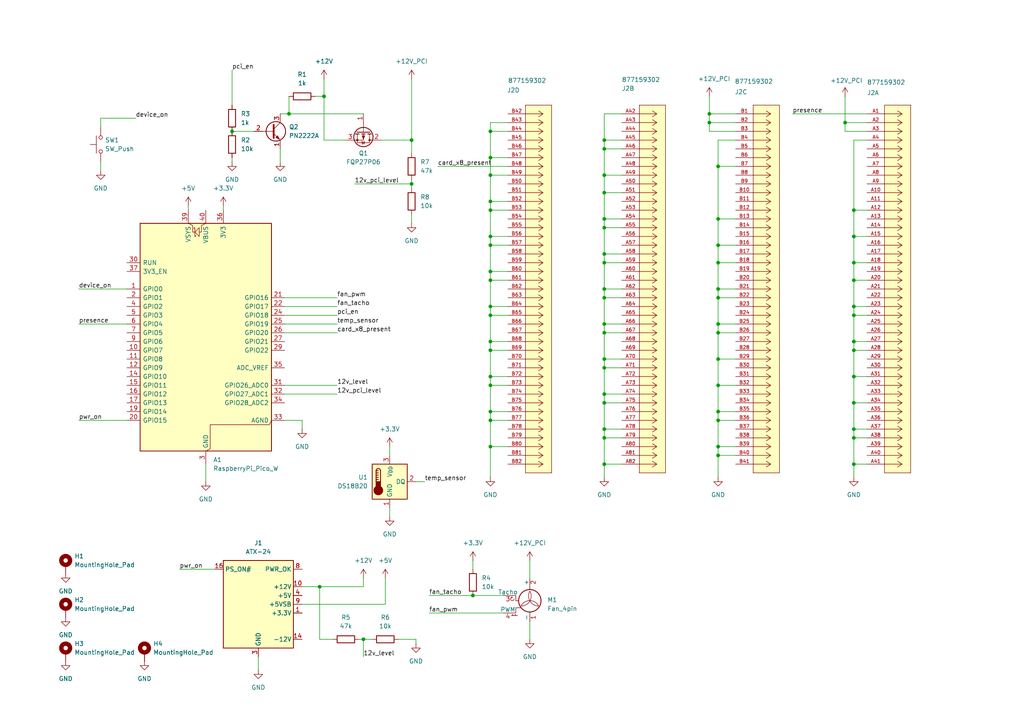
<source format=kicad_sch>
(kicad_sch (version 20250114) (generator "eeschema") (generator_version "9.0")
  (paper "A4")
  (lib_symbols
    (symbol "877159302:877159302" (pin_names (offset 1.016))
      (property "Reference" "J" (at 4.1656 5.3086 0))
      (property "Value" "877159302" (at 4.8006 -51.8414 0))
      (symbol "877159302_1_0"
        (pin passive line (at 0 0 0) (length 5.08) (name "~") (number "A1"))
        (pin passive line (at 0 -2.54 0) (length 5.08) (name "~") (number "A2"))
        (pin passive line (at 0 -5.08 0) (length 5.08) (name "~") (number "A3"))
        (pin passive line (at 0 -7.62 0) (length 5.08) (name "~") (number "A4"))
        (pin passive line (at 0 -10.16 0) (length 5.08) (name "~") (number "A5"))
        (pin passive line (at 0 -12.7 0) (length 5.08) (name "~") (number "A6"))
        (pin passive line (at 0 -15.24 0) (length 5.08) (name "~") (number "A7"))
        (pin passive line (at 0 -17.78 0) (length 5.08) (name "~") (number "A8"))
        (pin passive line (at 0 -20.32 0) (length 5.08) (name "~") (number "A9"))
        (pin passive line (at 0 -22.86 0) (length 5.08) (name "~") (number "A10"))
        (pin passive line (at 0 -25.4 0) (length 5.08) (name "~") (number "A11"))
        (pin passive line (at 0 -27.94 0) (length 5.08) (name "~") (number "A12"))
        (pin passive line (at 0 -30.48 0) (length 5.08) (name "~") (number "A13"))
        (pin passive line (at 0 -33.02 0) (length 5.08) (name "~") (number "A14"))
        (pin passive line (at 0 -35.56 0) (length 5.08) (name "~") (number "A15"))
        (pin passive line (at 0 -38.1 0) (length 5.08) (name "~") (number "A16"))
        (pin passive line (at 0 -40.64 0) (length 5.08) (name "~") (number "A17"))
        (pin passive line (at 0 -43.18 0) (length 5.08) (name "~") (number "A18"))
        (pin passive line (at 0 -45.72 0) (length 5.08) (name "~") (number "A19"))
        (pin passive line (at 0 -48.26 0) (length 5.08) (name "~") (number "A20"))
        (pin passive line (at 0 -50.8 0) (length 5.08) (name "~") (number "A21"))
        (pin passive line (at 0 -53.34 0) (length 5.08) (name "~") (number "A22"))
        (pin passive line (at 0 -55.88 0) (length 5.08) (name "~") (number "A23"))
        (pin passive line (at 0 -58.42 0) (length 5.08) (name "~") (number "A24"))
        (pin passive line (at 0 -60.96 0) (length 5.08) (name "~") (number "A25"))
        (pin passive line (at 0 -63.5 0) (length 5.08) (name "~") (number "A26"))
        (pin passive line (at 0 -66.04 0) (length 5.08) (name "~") (number "A27"))
        (pin passive line (at 0 -68.58 0) (length 5.08) (name "~") (number "A28"))
        (pin passive line (at 0 -71.12 0) (length 5.08) (name "~") (number "A29"))
        (pin passive line (at 0 -73.66 0) (length 5.08) (name "~") (number "A30"))
        (pin passive line (at 0 -76.2 0) (length 5.08) (name "~") (number "A31"))
        (pin passive line (at 0 -78.74 0) (length 5.08) (name "~") (number "A32"))
        (pin passive line (at 0 -81.28 0) (length 5.08) (name "~") (number "A33"))
        (pin passive line (at 0 -83.82 0) (length 5.08) (name "~") (number "A34"))
        (pin passive line (at 0 -86.36 0) (length 5.08) (name "~") (number "A35"))
        (pin passive line (at 0 -88.9 0) (length 5.08) (name "~") (number "A36"))
        (pin passive line (at 0 -91.44 0) (length 5.08) (name "~") (number "A37"))
        (pin passive line (at 0 -93.98 0) (length 5.08) (name "~") (number "A38"))
        (pin passive line (at 0 -96.52 0) (length 5.08) (name "~") (number "A39"))
        (pin passive line (at 0 -99.06 0) (length 5.08) (name "~") (number "A40"))
        (pin passive line (at 0 -101.6 0) (length 5.08) (name "~") (number "A41"))
      )
      (symbol "877159302_2_0"
        (pin passive line (at 0 0 0) (length 5.08) (name "~") (number "A42"))
        (pin passive line (at 0 -2.54 0) (length 5.08) (name "~") (number "A43"))
        (pin passive line (at 0 -5.08 0) (length 5.08) (name "~") (number "A44"))
        (pin passive line (at 0 -7.62 0) (length 5.08) (name "~") (number "A45"))
        (pin passive line (at 0 -10.16 0) (length 5.08) (name "~") (number "A46"))
        (pin passive line (at 0 -12.7 0) (length 5.08) (name "~") (number "A47"))
        (pin passive line (at 0 -15.24 0) (length 5.08) (name "~") (number "A48"))
        (pin passive line (at 0 -17.78 0) (length 5.08) (name "~") (number "A49"))
        (pin passive line (at 0 -20.32 0) (length 5.08) (name "~") (number "A50"))
        (pin passive line (at 0 -22.86 0) (length 5.08) (name "~") (number "A51"))
        (pin passive line (at 0 -25.4 0) (length 5.08) (name "~") (number "A52"))
        (pin passive line (at 0 -27.94 0) (length 5.08) (name "~") (number "A53"))
        (pin passive line (at 0 -30.48 0) (length 5.08) (name "~") (number "A54"))
        (pin passive line (at 0 -33.02 0) (length 5.08) (name "~") (number "A55"))
        (pin passive line (at 0 -35.56 0) (length 5.08) (name "~") (number "A56"))
        (pin passive line (at 0 -38.1 0) (length 5.08) (name "~") (number "A57"))
        (pin passive line (at 0 -40.64 0) (length 5.08) (name "~") (number "A58"))
        (pin passive line (at 0 -43.18 0) (length 5.08) (name "~") (number "A59"))
        (pin passive line (at 0 -45.72 0) (length 5.08) (name "~") (number "A60"))
        (pin passive line (at 0 -48.26 0) (length 5.08) (name "~") (number "A61"))
        (pin passive line (at 0 -50.8 0) (length 5.08) (name "~") (number "A62"))
        (pin passive line (at 0 -53.34 0) (length 5.08) (name "~") (number "A63"))
        (pin passive line (at 0 -55.88 0) (length 5.08) (name "~") (number "A64"))
        (pin passive line (at 0 -58.42 0) (length 5.08) (name "~") (number "A65"))
        (pin passive line (at 0 -60.96 0) (length 5.08) (name "~") (number "A66"))
        (pin passive line (at 0 -63.5 0) (length 5.08) (name "~") (number "A67"))
        (pin passive line (at 0 -66.04 0) (length 5.08) (name "~") (number "A68"))
        (pin passive line (at 0 -68.58 0) (length 5.08) (name "~") (number "A69"))
        (pin passive line (at 0 -71.12 0) (length 5.08) (name "~") (number "A70"))
        (pin passive line (at 0 -73.66 0) (length 5.08) (name "~") (number "A71"))
        (pin passive line (at 0 -76.2 0) (length 5.08) (name "~") (number "A72"))
        (pin passive line (at 0 -78.74 0) (length 5.08) (name "~") (number "A73"))
        (pin passive line (at 0 -81.28 0) (length 5.08) (name "~") (number "A74"))
        (pin passive line (at 0 -83.82 0) (length 5.08) (name "~") (number "A75"))
        (pin passive line (at 0 -86.36 0) (length 5.08) (name "~") (number "A76"))
        (pin passive line (at 0 -88.9 0) (length 5.08) (name "~") (number "A77"))
        (pin passive line (at 0 -91.44 0) (length 5.08) (name "~") (number "A78"))
        (pin passive line (at 0 -93.98 0) (length 5.08) (name "~") (number "A79"))
        (pin passive line (at 0 -96.52 0) (length 5.08) (name "~") (number "A80"))
        (pin passive line (at 0 -99.06 0) (length 5.08) (name "~") (number "A81"))
        (pin passive line (at 0 -101.6 0) (length 5.08) (name "~") (number "A82"))
      )
      (symbol "877159302_3_0"
        (pin passive line (at 0 0 0) (length 5.08) (name "~") (number "B1"))
        (pin passive line (at 0 -2.54 0) (length 5.08) (name "~") (number "B2"))
        (pin passive line (at 0 -5.08 0) (length 5.08) (name "~") (number "B3"))
        (pin passive line (at 0 -7.62 0) (length 5.08) (name "~") (number "B4"))
        (pin passive line (at 0 -10.16 0) (length 5.08) (name "~") (number "B5"))
        (pin passive line (at 0 -12.7 0) (length 5.08) (name "~") (number "B6"))
        (pin passive line (at 0 -15.24 0) (length 5.08) (name "~") (number "B7"))
        (pin passive line (at 0 -17.78 0) (length 5.08) (name "~") (number "B8"))
        (pin passive line (at 0 -20.32 0) (length 5.08) (name "~") (number "B9"))
        (pin passive line (at 0 -22.86 0) (length 5.08) (name "~") (number "B10"))
        (pin passive line (at 0 -25.4 0) (length 5.08) (name "~") (number "B11"))
        (pin passive line (at 0 -27.94 0) (length 5.08) (name "~") (number "B12"))
        (pin passive line (at 0 -30.48 0) (length 5.08) (name "~") (number "B13"))
        (pin passive line (at 0 -33.02 0) (length 5.08) (name "~") (number "B14"))
        (pin passive line (at 0 -35.56 0) (length 5.08) (name "~") (number "B15"))
        (pin passive line (at 0 -38.1 0) (length 5.08) (name "~") (number "B16"))
        (pin passive line (at 0 -40.64 0) (length 5.08) (name "~") (number "B17"))
        (pin passive line (at 0 -43.18 0) (length 5.08) (name "~") (number "B18"))
        (pin passive line (at 0 -45.72 0) (length 5.08) (name "~") (number "B19"))
        (pin passive line (at 0 -48.26 0) (length 5.08) (name "~") (number "B20"))
        (pin passive line (at 0 -50.8 0) (length 5.08) (name "~") (number "B21"))
        (pin passive line (at 0 -53.34 0) (length 5.08) (name "~") (number "B22"))
        (pin passive line (at 0 -55.88 0) (length 5.08) (name "~") (number "B23"))
        (pin passive line (at 0 -58.42 0) (length 5.08) (name "~") (number "B24"))
        (pin passive line (at 0 -60.96 0) (length 5.08) (name "~") (number "B25"))
        (pin passive line (at 0 -63.5 0) (length 5.08) (name "~") (number "B26"))
        (pin passive line (at 0 -66.04 0) (length 5.08) (name "~") (number "B27"))
        (pin passive line (at 0 -68.58 0) (length 5.08) (name "~") (number "B28"))
        (pin passive line (at 0 -71.12 0) (length 5.08) (name "~") (number "B29"))
        (pin passive line (at 0 -73.66 0) (length 5.08) (name "~") (number "B30"))
        (pin passive line (at 0 -76.2 0) (length 5.08) (name "~") (number "B31"))
        (pin passive line (at 0 -78.74 0) (length 5.08) (name "~") (number "B32"))
        (pin passive line (at 0 -81.28 0) (length 5.08) (name "~") (number "B33"))
        (pin passive line (at 0 -83.82 0) (length 5.08) (name "~") (number "B34"))
        (pin passive line (at 0 -86.36 0) (length 5.08) (name "~") (number "B35"))
        (pin passive line (at 0 -88.9 0) (length 5.08) (name "~") (number "B36"))
        (pin passive line (at 0 -91.44 0) (length 5.08) (name "~") (number "B37"))
        (pin passive line (at 0 -93.98 0) (length 5.08) (name "~") (number "B38"))
        (pin passive line (at 0 -96.52 0) (length 5.08) (name "~") (number "B39"))
        (pin passive line (at 0 -99.06 0) (length 5.08) (name "~") (number "B40"))
        (pin passive line (at 0 -101.6 0) (length 5.08) (name "~") (number "B41"))
      )
      (symbol "877159302_4_0"
        (pin passive line (at 0 0 0) (length 5.08) (name "~") (number "B42"))
        (pin passive line (at 0 -2.54 0) (length 5.08) (name "~") (number "B43"))
        (pin passive line (at 0 -5.08 0) (length 5.08) (name "~") (number "B44"))
        (pin passive line (at 0 -7.62 0) (length 5.08) (name "~") (number "B45"))
        (pin passive line (at 0 -10.16 0) (length 5.08) (name "~") (number "B46"))
        (pin passive line (at 0 -12.7 0) (length 5.08) (name "~") (number "B47"))
        (pin passive line (at 0 -15.24 0) (length 5.08) (name "~") (number "B48"))
        (pin passive line (at 0 -17.78 0) (length 5.08) (name "~") (number "B49"))
        (pin passive line (at 0 -20.32 0) (length 5.08) (name "~") (number "B50"))
        (pin passive line (at 0 -22.86 0) (length 5.08) (name "~") (number "B51"))
        (pin passive line (at 0 -25.4 0) (length 5.08) (name "~") (number "B52"))
        (pin passive line (at 0 -27.94 0) (length 5.08) (name "~") (number "B53"))
        (pin passive line (at 0 -30.48 0) (length 5.08) (name "~") (number "B54"))
        (pin passive line (at 0 -33.02 0) (length 5.08) (name "~") (number "B55"))
        (pin passive line (at 0 -35.56 0) (length 5.08) (name "~") (number "B56"))
        (pin passive line (at 0 -38.1 0) (length 5.08) (name "~") (number "B57"))
        (pin passive line (at 0 -40.64 0) (length 5.08) (name "~") (number "B58"))
        (pin passive line (at 0 -43.18 0) (length 5.08) (name "~") (number "B59"))
        (pin passive line (at 0 -45.72 0) (length 5.08) (name "~") (number "B60"))
        (pin passive line (at 0 -48.26 0) (length 5.08) (name "~") (number "B61"))
        (pin passive line (at 0 -50.8 0) (length 5.08) (name "~") (number "B62"))
        (pin passive line (at 0 -53.34 0) (length 5.08) (name "~") (number "B63"))
        (pin passive line (at 0 -55.88 0) (length 5.08) (name "~") (number "B64"))
        (pin passive line (at 0 -58.42 0) (length 5.08) (name "~") (number "B65"))
        (pin passive line (at 0 -60.96 0) (length 5.08) (name "~") (number "B66"))
        (pin passive line (at 0 -63.5 0) (length 5.08) (name "~") (number "B67"))
        (pin passive line (at 0 -66.04 0) (length 5.08) (name "~") (number "B68"))
        (pin passive line (at 0 -68.58 0) (length 5.08) (name "~") (number "B69"))
        (pin passive line (at 0 -71.12 0) (length 5.08) (name "~") (number "B70"))
        (pin passive line (at 0 -73.66 0) (length 5.08) (name "~") (number "B71"))
        (pin passive line (at 0 -76.2 0) (length 5.08) (name "~") (number "B72"))
        (pin passive line (at 0 -78.74 0) (length 5.08) (name "~") (number "B73"))
        (pin passive line (at 0 -81.28 0) (length 5.08) (name "~") (number "B74"))
        (pin passive line (at 0 -83.82 0) (length 5.08) (name "~") (number "B75"))
        (pin passive line (at 0 -86.36 0) (length 5.08) (name "~") (number "B76"))
        (pin passive line (at 0 -88.9 0) (length 5.08) (name "~") (number "B77"))
        (pin passive line (at 0 -91.44 0) (length 5.08) (name "~") (number "B78"))
        (pin passive line (at 0 -93.98 0) (length 5.08) (name "~") (number "B79"))
        (pin passive line (at 0 -96.52 0) (length 5.08) (name "~") (number "B80"))
        (pin passive line (at 0 -99.06 0) (length 5.08) (name "~") (number "B81"))
        (pin passive line (at 0 -101.6 0) (length 5.08) (name "~") (number "B82"))
      )
    )
    (symbol "Connector:ATX-24"
      (property "Reference" "J" (at -8.89 13.97 0))
      (property "Value" "ATX-24" (at 6.35 13.97 0))
      (symbol "ATX-24_1_1"
        (pin open_collector line (at -12.7 10.16 0) (length 2.54) (name "PS_ON#") (number "16"))
        (pin no_connect line (at -10.16 0 0) (length 2.54) (hide yes) (name "NC") (number "20"))
        (pin passive line (at 0 -15.24 90) (length 2.54) (hide yes) (name "GND") (number "15"))
        (pin passive line (at 0 -15.24 90) (length 2.54) (hide yes) (name "GND") (number "17"))
        (pin passive line (at 0 -15.24 90) (length 2.54) (hide yes) (name "GND") (number "18"))
        (pin passive line (at 0 -15.24 90) (length 2.54) (hide yes) (name "GND") (number "19"))
        (pin passive line (at 0 -15.24 90) (length 2.54) (hide yes) (name "GND") (number "24"))
        (pin power_out line (at 0 -15.24 90) (length 2.54) (name "GND") (number "3"))
        (pin passive line (at 0 -15.24 90) (length 2.54) (hide yes) (name "GND") (number "5"))
        (pin passive line (at 0 -15.24 90) (length 2.54) (hide yes) (name "GND") (number "7"))
        (pin output line (at 12.7 10.16 180) (length 2.54) (name "PWR_OK") (number "8"))
        (pin power_out line (at 12.7 5.08 180) (length 2.54) (name "+12V") (number "10"))
        (pin passive line (at 12.7 5.08 180) (length 2.54) (hide yes) (name "+12V") (number "11"))
        (pin passive line (at 12.7 2.54 180) (length 2.54) (hide yes) (name "+5V") (number "21"))
        (pin passive line (at 12.7 2.54 180) (length 2.54) (hide yes) (name "+5V") (number "22"))
        (pin passive line (at 12.7 2.54 180) (length 2.54) (hide yes) (name "+5V") (number "23"))
        (pin power_out line (at 12.7 2.54 180) (length 2.54) (name "+5V") (number "4"))
        (pin passive line (at 12.7 2.54 180) (length 2.54) (hide yes) (name "+5V") (number "6"))
        (pin power_out line (at 12.7 0 180) (length 2.54) (name "+5VSB") (number "9"))
        (pin power_out line (at 12.7 -2.54 180) (length 2.54) (name "+3.3V") (number "1"))
        (pin passive line (at 12.7 -2.54 180) (length 2.54) (hide yes) (name "+3.3V") (number "12"))
        (pin passive line (at 12.7 -2.54 180) (length 2.54) (hide yes) (name "+3.3V") (number "13"))
        (pin passive line (at 12.7 -2.54 180) (length 2.54) (hide yes) (name "+3.3V") (number "2"))
        (pin power_out line (at 12.7 -10.16 180) (length 2.54) (name "-12V") (number "14"))
      )
    )
    (symbol "Device:R" (pin_numbers (hide yes)) (pin_names (offset 0))
      (property "Reference" "R" (at 2.032 0 90))
      (property "Value" "R" (at 0 0 90))
      (symbol "R_1_1"
        (pin passive line (at 0 3.81 270) (length 1.27) (name "~") (number "1"))
        (pin passive line (at 0 -3.81 90) (length 1.27) (name "~") (number "2"))
      )
    )
    (symbol "MCU_Module:RaspberryPi_Pico_W" (pin_names (offset 0.762))
      (property "Reference" "A" (at -19.05 35.56 0))
      (property "Value" "RaspberryPi_Pico_W" (at 7.62 35.56 0))
      (symbol "RaspberryPi_Pico_W_1_1"
        (pin passive line (at -22.86 22.86 0) (length 3.81) (name "RUN") (number "30"))
        (pin passive line (at -22.86 20.32 0) (length 3.81) (name "3V3_EN") (number "37"))
        (pin bidirectional line (at -22.86 15.24 0) (length 3.81) (name "GPIO0") (number "1"))
        (pin bidirectional line (at -22.86 12.7 0) (length 3.81) (name "GPIO1") (number "2"))
        (pin bidirectional line (at -22.86 10.16 0) (length 3.81) (name "GPIO2") (number "4"))
        (pin bidirectional line (at -22.86 7.62 0) (length 3.81) (name "GPIO3") (number "5"))
        (pin bidirectional line (at -22.86 5.08 0) (length 3.81) (name "GPIO4") (number "6"))
        (pin bidirectional line (at -22.86 2.54 0) (length 3.81) (name "GPIO5") (number "7"))
        (pin bidirectional line (at -22.86 0 0) (length 3.81) (name "GPIO6") (number "9"))
        (pin bidirectional line (at -22.86 -2.54 0) (length 3.81) (name "GPIO7") (number "10"))
        (pin bidirectional line (at -22.86 -5.08 0) (length 3.81) (name "GPIO8") (number "11"))
        (pin bidirectional line (at -22.86 -7.62 0) (length 3.81) (name "GPIO9") (number "12"))
        (pin bidirectional line (at -22.86 -10.16 0) (length 3.81) (name "GPIO10") (number "14"))
        (pin bidirectional line (at -22.86 -12.7 0) (length 3.81) (name "GPIO11") (number "15"))
        (pin bidirectional line (at -22.86 -15.24 0) (length 3.81) (name "GPIO12") (number "16"))
        (pin bidirectional line (at -22.86 -17.78 0) (length 3.81) (name "GPIO13") (number "17"))
        (pin bidirectional line (at -22.86 -20.32 0) (length 3.81) (name "GPIO14") (number "19"))
        (pin bidirectional line (at -22.86 -22.86 0) (length 3.81) (name "GPIO15") (number "20"))
        (pin power_in line (at -5.08 38.1 270) (length 3.81) (name "VSYS") (number "39"))
        (pin power_out line (at 0 38.1 270) (length 3.81) (name "VBUS") (number "40"))
        (pin passive line (at 0 -35.56 90) (length 3.81) (hide yes) (name "GND") (number "13"))
        (pin passive line (at 0 -35.56 90) (length 3.81) (hide yes) (name "GND") (number "18"))
        (pin passive line (at 0 -35.56 90) (length 3.81) (hide yes) (name "GND") (number "23"))
        (pin passive line (at 0 -35.56 90) (length 3.81) (hide yes) (name "GND") (number "28"))
        (pin power_out line (at 0 -35.56 90) (length 3.81) (name "GND") (number "3"))
        (pin passive line (at 0 -35.56 90) (length 3.81) (hide yes) (name "GND") (number "38"))
        (pin passive line (at 0 -35.56 90) (length 3.81) (hide yes) (name "GND") (number "8"))
        (pin power_out line (at 5.08 38.1 270) (length 3.81) (name "3V3") (number "36"))
        (pin bidirectional line (at 22.86 12.7 180) (length 3.81) (name "GPIO16") (number "21"))
        (pin bidirectional line (at 22.86 10.16 180) (length 3.81) (name "GPIO17") (number "22"))
        (pin bidirectional line (at 22.86 7.62 180) (length 3.81) (name "GPIO18") (number "24"))
        (pin bidirectional line (at 22.86 5.08 180) (length 3.81) (name "GPIO19") (number "25"))
        (pin bidirectional line (at 22.86 2.54 180) (length 3.81) (name "GPIO20") (number "26"))
        (pin bidirectional line (at 22.86 0 180) (length 3.81) (name "GPIO21") (number "27"))
        (pin bidirectional line (at 22.86 -2.54 180) (length 3.81) (name "GPIO22") (number "29"))
        (pin power_in line (at 22.86 -7.62 180) (length 3.81) (name "ADC_VREF") (number "35"))
        (pin bidirectional line (at 22.86 -12.7 180) (length 3.81) (name "GPIO26_ADC0") (number "31"))
        (pin bidirectional line (at 22.86 -15.24 180) (length 3.81) (name "GPIO27_ADC1") (number "32"))
        (pin bidirectional line (at 22.86 -17.78 180) (length 3.81) (name "GPIO28_ADC2") (number "34"))
        (pin power_out line (at 22.86 -22.86 180) (length 3.81) (name "AGND") (number "33"))
      )
    )
    (symbol "Mechanical:MountingHole_Pad" (pin_numbers (hide yes)) (pin_names (offset 1.016) (hide yes)) (in_bom no)
      (property "Reference" "H" (at 0 6.35 0))
      (property "Value" "MountingHole_Pad" (at 0 4.445 0))
      (symbol "MountingHole_Pad_1_1"
        (pin input line (at 0 -2.54 90) (length 2.54) (name "1") (number "1"))
      )
    )
    (symbol "Motor:Fan_4pin" (pin_names (offset 0))
      (property "Reference" "M" (at 2.54 5.08 0))
      (property "Value" "Fan_4pin" (at 2.54 -2.54 0))
      (symbol "Fan_4pin_1_1"
        (pin passive line (at -7.62 2.54 0) (length 2.54) (name "Tacho") (number "3"))
        (pin input line (at -7.62 -2.54 0) (length 2.54) (name "PWM") (number "4"))
        (pin passive line (at 0 7.62 270) (length 2.54) (name "+") (number "2"))
        (pin passive line (at 0 -5.08 90) (length 2.54) (name "-") (number "1"))
      )
    )
    (symbol "Sensor_Temperature:DS18B20"
      (property "Reference" "U" (at -3.81 6.35 0))
      (property "Value" "DS18B20" (at 6.35 6.35 0))
      (symbol "DS18B20_1_1"
        (pin power_in line (at 0 7.62 270) (length 2.54) (name "V_{DD}") (number "3"))
        (pin power_in line (at 0 -7.62 90) (length 2.54) (name "GND") (number "1"))
        (pin bidirectional line (at 7.62 0 180) (length 2.54) (name "DQ") (number "2"))
      )
    )
    (symbol "Switch:SW_Push" (pin_numbers (hide yes)) (pin_names (offset 1.016) (hide yes))
      (property "Reference" "SW" (at 1.27 2.54 0))
      (property "Value" "SW_Push" (at 0 -1.524 0))
      (symbol "SW_Push_0_1"
        (pin passive line (at -5.08 0 0) (length 2.54) (name "1") (number "1"))
        (pin passive line (at 5.08 0 180) (length 2.54) (name "2") (number "2"))
      )
    )
    (symbol "Transistor_BJT:PN2222A" (pin_names (offset 0) (hide yes))
      (property "Reference" "Q" (at 5.08 1.905 0))
      (property "Value" "PN2222A" (at 5.08 0 0))
      (symbol "PN2222A_1_1"
        (pin input line (at -5.08 0 0) (length 2.54) (name "B") (number "2"))
        (pin passive line (at 2.54 5.08 270) (length 2.54) (name "C") (number "3"))
        (pin passive line (at 2.54 -5.08 90) (length 2.54) (name "E") (number "1"))
      )
    )
    (symbol "Transistor_FET:FQP27P06" (pin_names (hide yes))
      (property "Reference" "Q" (at 5.08 1.905 0))
      (property "Value" "FQP27P06" (at 5.08 0 0))
      (symbol "FQP27P06_1_1"
        (pin input line (at -5.08 0 0) (length 2.54) (name "G") (number "1"))
        (pin passive line (at 2.54 5.08 270) (length 2.54) (name "D") (number "2"))
        (pin passive line (at 2.54 -5.08 90) (length 2.54) (name "S") (number "3"))
      )
    )
    (symbol "power:+12V" (power) (pin_numbers (hide yes)) (pin_names (offset 0) (hide yes))
      (property "Value" "+12V" (at 0 3.556 0))
      (symbol "+12V_1_1"
        (pin power_in line (at 0 0 90) (length 0) (name "~") (number "1"))
      )
    )
    (symbol "power:+3.3V" (power) (pin_numbers (hide yes)) (pin_names (offset 0) (hide yes))
      (property "Value" "+3.3V" (at 0 3.556 0))
      (symbol "+3.3V_1_1"
        (pin power_in line (at 0 0 90) (length 0) (name "~") (number "1"))
      )
    )
    (symbol "power:+5V" (power) (pin_numbers (hide yes)) (pin_names (offset 0) (hide yes))
      (property "Value" "+5V" (at 0 3.556 0))
      (symbol "+5V_1_1"
        (pin power_in line (at 0 0 90) (length 0) (name "~") (number "1"))
      )
    )
    (symbol "power:GND" (power) (pin_numbers (hide yes)) (pin_names (offset 0) (hide yes))
      (property "Value" "GND" (at 0 -3.81 0))
      (symbol "GND_1_1"
        (pin power_in line (at 0 0 270) (length 0) (name "~") (number "1"))
      )
    )
  )
  (junction (at 208.28 63.5))
  (junction (at 175.26 106.68))
  (junction (at 175.26 83.82))
  (junction (at 208.28 76.2))
  (junction (at 247.65 101.6))
  (junction (at 208.28 48.26))
  (junction (at 175.26 40.64))
  (junction (at 247.65 134.62))
  (junction (at 247.65 60.96))
  (junction (at 247.65 124.46))
  (junction (at 247.65 68.58))
  (junction (at 93.98 27.94))
  (junction (at 142.24 88.9))
  (junction (at 67.31 38.1))
  (junction (at 247.65 88.9))
  (junction (at 208.28 129.54))
  (junction (at 247.65 109.22))
  (junction (at 92.71 170.18))
  (junction (at 105.41 185.42))
  (junction (at 175.26 76.2))
  (junction (at 142.24 38.1))
  (junction (at 208.28 132.08))
  (junction (at 142.24 91.44))
  (junction (at 208.28 121.92))
  (junction (at 205.74 35.56))
  (junction (at 175.26 116.84))
  (junction (at 119.38 40.64))
  (junction (at 247.65 127))
  (junction (at 142.24 45.72))
  (junction (at 205.74 33.02))
  (junction (at 175.26 104.14))
  (junction (at 208.28 96.52))
  (junction (at 142.24 60.96))
  (junction (at 142.24 81.28))
  (junction (at 175.26 66.04))
  (junction (at 175.26 114.3))
  (junction (at 208.28 86.36))
  (junction (at 175.26 55.88))
  (junction (at 247.65 81.28))
  (junction (at 142.24 99.06))
  (junction (at 247.65 76.2))
  (junction (at 208.28 119.38))
  (junction (at 175.26 96.52))
  (junction (at 175.26 86.36))
  (junction (at 208.28 104.14))
  (junction (at 208.28 83.82))
  (junction (at 142.24 101.6))
  (junction (at 208.28 93.98))
  (junction (at 175.26 127))
  (junction (at 175.26 43.18))
  (junction (at 247.65 99.06))
  (junction (at 142.24 109.22))
  (junction (at 142.24 111.76))
  (junction (at 208.28 111.76))
  (junction (at 175.26 134.62))
  (junction (at 142.24 58.42))
  (junction (at 142.24 121.92))
  (junction (at 208.28 71.12))
  (junction (at 142.24 129.54))
  (junction (at 175.26 124.46))
  (junction (at 175.26 93.98))
  (junction (at 142.24 68.58))
  (junction (at 175.26 50.8))
  (junction (at 247.65 116.84))
  (junction (at 142.24 50.8))
  (junction (at 245.11 35.56))
  (junction (at 175.26 63.5))
  (junction (at 247.65 91.44))
  (junction (at 83.82 33.02))
  (junction (at 175.26 73.66))
  (junction (at 142.24 119.38))
  (junction (at 137.16 172.72))
  (junction (at 119.38 53.34))
  (junction (at 142.24 71.12))
  (junction (at 142.24 78.74))
  (wire (pts (xy 247.65 116.84) (xy 247.65 124.46)))
  (wire (pts (xy 115.57 185.42) (xy 120.65 185.42)))
  (wire (pts (xy 247.65 91.44) (xy 247.65 99.06)))
  (wire (pts (xy 124.46 177.8) (xy 146.05 177.8)))
  (wire (pts (xy 142.24 58.42) (xy 142.24 60.96)))
  (wire (pts (xy 208.28 83.82) (xy 213.36 83.82)))
  (wire (pts (xy 113.03 147.32) (xy 113.03 149.86)))
  (wire (pts (xy 175.26 93.98) (xy 175.26 96.52)))
  (wire (pts (xy 175.26 134.62) (xy 175.26 138.43)))
  (wire (pts (xy 124.46 172.72) (xy 137.16 172.72)))
  (wire (pts (xy 113.03 129.54) (xy 113.03 132.08)))
  (wire (pts (xy 247.65 99.06) (xy 247.65 101.6)))
  (wire (pts (xy 142.24 129.54) (xy 142.24 138.43)))
  (wire (pts (xy 205.74 33.02) (xy 205.74 27.94)))
  (wire (pts (xy 175.26 73.66) (xy 180.34 73.66)))
  (wire (pts (xy 247.65 109.22) (xy 247.65 116.84)))
  (wire (pts (xy 175.26 106.68) (xy 180.34 106.68)))
  (wire (pts (xy 175.26 96.52) (xy 180.34 96.52)))
  (wire (pts (xy 175.26 55.88) (xy 175.26 63.5)))
  (wire (pts (xy 208.28 48.26) (xy 213.36 48.26)))
  (wire (pts (xy 175.26 66.04) (xy 180.34 66.04)))
  (wire (pts (xy 111.76 175.26) (xy 111.76 167.64)))
  (wire (pts (xy 142.24 88.9) (xy 142.24 91.44)))
  (wire (pts (xy 247.65 127) (xy 247.65 134.62)))
  (wire (pts (xy 142.24 71.12) (xy 147.32 71.12)))
  (wire (pts (xy 229.87 33.02) (xy 251.46 33.02)))
  (wire (pts (xy 142.24 119.38) (xy 142.24 121.92)))
  (wire (pts (xy 208.28 63.5) (xy 208.28 71.12)))
  (wire (pts (xy 82.55 93.98) (xy 97.79 93.98)))
  (wire (pts (xy 247.65 68.58) (xy 251.46 68.58)))
  (wire (pts (xy 175.26 33.02) (xy 175.26 40.64)))
  (wire (pts (xy 153.67 162.56) (xy 153.67 167.64)))
  (wire (pts (xy 205.74 38.1) (xy 205.74 35.56)))
  (wire (pts (xy 247.65 127) (xy 251.46 127)))
  (wire (pts (xy 147.32 35.56) (xy 142.24 35.56)))
  (wire (pts (xy 175.26 96.52) (xy 175.26 104.14)))
  (wire (pts (xy 64.77 59.69) (xy 64.77 60.96)))
  (wire (pts (xy 175.26 114.3) (xy 175.26 116.84)))
  (wire (pts (xy 142.24 121.92) (xy 142.24 129.54)))
  (wire (pts (xy 74.93 190.5) (xy 74.93 194.31)))
  (wire (pts (xy 175.26 124.46) (xy 175.26 127)))
  (wire (pts (xy 247.65 76.2) (xy 251.46 76.2)))
  (wire (pts (xy 247.65 101.6) (xy 247.65 109.22)))
  (wire (pts (xy 247.65 109.22) (xy 251.46 109.22)))
  (wire (pts (xy 142.24 60.96) (xy 142.24 68.58)))
  (wire (pts (xy 208.28 132.08) (xy 208.28 138.43)))
  (wire (pts (xy 247.65 101.6) (xy 251.46 101.6)))
  (wire (pts (xy 67.31 38.1) (xy 73.66 38.1)))
  (wire (pts (xy 119.38 52.07) (xy 119.38 53.34)))
  (wire (pts (xy 142.24 78.74) (xy 147.32 78.74)))
  (wire (pts (xy 142.24 129.54) (xy 147.32 129.54)))
  (wire (pts (xy 208.28 119.38) (xy 213.36 119.38)))
  (wire (pts (xy 119.38 40.64) (xy 119.38 44.45)))
  (wire (pts (xy 208.28 111.76) (xy 213.36 111.76)))
  (wire (pts (xy 208.28 121.92) (xy 213.36 121.92)))
  (wire (pts (xy 137.16 172.72) (xy 146.05 172.72)))
  (wire (pts (xy 247.65 91.44) (xy 251.46 91.44)))
  (wire (pts (xy 175.26 73.66) (xy 175.26 76.2)))
  (wire (pts (xy 153.67 185.42) (xy 153.67 180.34)))
  (wire (pts (xy 208.28 93.98) (xy 213.36 93.98)))
  (wire (pts (xy 208.28 104.14) (xy 208.28 111.76)))
  (wire (pts (xy 105.41 185.42) (xy 107.95 185.42)))
  (wire (pts (xy 180.34 33.02) (xy 175.26 33.02)))
  (wire (pts (xy 208.28 132.08) (xy 213.36 132.08)))
  (wire (pts (xy 208.28 48.26) (xy 208.28 63.5)))
  (wire (pts (xy 247.65 116.84) (xy 251.46 116.84)))
  (wire (pts (xy 175.26 43.18) (xy 180.34 43.18)))
  (wire (pts (xy 208.28 129.54) (xy 208.28 132.08)))
  (wire (pts (xy 142.24 38.1) (xy 147.32 38.1)))
  (wire (pts (xy 175.26 127) (xy 175.26 134.62)))
  (wire (pts (xy 142.24 45.72) (xy 147.32 45.72)))
  (wire (pts (xy 175.26 43.18) (xy 175.26 50.8)))
  (wire (pts (xy 251.46 40.64) (xy 247.65 40.64)))
  (wire (pts (xy 175.26 83.82) (xy 175.26 86.36)))
  (wire (pts (xy 105.41 190.5) (xy 105.41 185.42)))
  (wire (pts (xy 127 48.26) (xy 147.32 48.26)))
  (wire (pts (xy 142.24 111.76) (xy 147.32 111.76)))
  (wire (pts (xy 175.26 124.46) (xy 180.34 124.46)))
  (wire (pts (xy 87.63 121.92) (xy 87.63 124.46)))
  (wire (pts (xy 137.16 162.56) (xy 137.16 165.1)))
  (wire (pts (xy 247.65 81.28) (xy 247.65 88.9)))
  (wire (pts (xy 213.36 33.02) (xy 205.74 33.02)))
  (wire (pts (xy 120.65 185.42) (xy 120.65 186.69)))
  (wire (pts (xy 67.31 45.72) (xy 67.31 46.99)))
  (wire (pts (xy 142.24 119.38) (xy 147.32 119.38)))
  (wire (pts (xy 142.24 50.8) (xy 142.24 58.42)))
  (wire (pts (xy 93.98 27.94) (xy 93.98 22.86)))
  (wire (pts (xy 142.24 111.76) (xy 142.24 119.38)))
  (wire (pts (xy 247.65 124.46) (xy 247.65 127)))
  (wire (pts (xy 142.24 35.56) (xy 142.24 38.1)))
  (wire (pts (xy 142.24 71.12) (xy 142.24 78.74)))
  (wire (pts (xy 247.65 81.28) (xy 251.46 81.28)))
  (wire (pts (xy 175.26 127) (xy 180.34 127)))
  (wire (pts (xy 54.61 59.69) (xy 54.61 60.96)))
  (wire (pts (xy 208.28 63.5) (xy 213.36 63.5)))
  (wire (pts (xy 142.24 78.74) (xy 142.24 81.28)))
  (wire (pts (xy 82.55 121.92) (xy 87.63 121.92)))
  (wire (pts (xy 247.65 60.96) (xy 251.46 60.96)))
  (wire (pts (xy 245.11 35.56) (xy 245.11 27.94)))
  (wire (pts (xy 175.26 134.62) (xy 180.34 134.62)))
  (wire (pts (xy 142.24 68.58) (xy 147.32 68.58)))
  (wire (pts (xy 83.82 33.02) (xy 105.41 33.02)))
  (wire (pts (xy 175.26 104.14) (xy 180.34 104.14)))
  (wire (pts (xy 102.87 53.34) (xy 119.38 53.34)))
  (wire (pts (xy 82.55 91.44) (xy 97.79 91.44)))
  (wire (pts (xy 208.28 76.2) (xy 208.28 83.82)))
  (wire (pts (xy 92.71 170.18) (xy 105.41 170.18)))
  (wire (pts (xy 175.26 76.2) (xy 175.26 83.82)))
  (wire (pts (xy 208.28 86.36) (xy 208.28 93.98)))
  (wire (pts (xy 142.24 101.6) (xy 142.24 109.22)))
  (wire (pts (xy 208.28 86.36) (xy 213.36 86.36)))
  (wire (pts (xy 175.26 66.04) (xy 175.26 73.66)))
  (wire (pts (xy 175.26 93.98) (xy 180.34 93.98)))
  (wire (pts (xy 142.24 91.44) (xy 147.32 91.44)))
  (wire (pts (xy 213.36 38.1) (xy 205.74 38.1)))
  (wire (pts (xy 142.24 109.22) (xy 147.32 109.22)))
  (wire (pts (xy 175.26 83.82) (xy 180.34 83.82)))
  (wire (pts (xy 208.28 93.98) (xy 208.28 96.52)))
  (wire (pts (xy 81.28 33.02) (xy 83.82 33.02)))
  (wire (pts (xy 175.26 106.68) (xy 175.26 114.3)))
  (wire (pts (xy 247.65 88.9) (xy 251.46 88.9)))
  (wire (pts (xy 142.24 99.06) (xy 142.24 101.6)))
  (wire (pts (xy 119.38 40.64) (xy 110.49 40.64)))
  (wire (pts (xy 29.21 36.83) (xy 29.21 34.29)))
  (wire (pts (xy 29.21 34.29) (xy 39.37 34.29)))
  (wire (pts (xy 247.65 99.06) (xy 251.46 99.06)))
  (wire (pts (xy 142.24 101.6) (xy 147.32 101.6)))
  (wire (pts (xy 208.28 96.52) (xy 208.28 104.14)))
  (wire (pts (xy 208.28 96.52) (xy 213.36 96.52)))
  (wire (pts (xy 175.26 104.14) (xy 175.26 106.68)))
  (wire (pts (xy 247.65 68.58) (xy 247.65 76.2)))
  (wire (pts (xy 142.24 88.9) (xy 147.32 88.9)))
  (wire (pts (xy 208.28 71.12) (xy 213.36 71.12)))
  (wire (pts (xy 59.69 134.62) (xy 59.69 139.7)))
  (wire (pts (xy 251.46 35.56) (xy 245.11 35.56)))
  (wire (pts (xy 93.98 40.64) (xy 93.98 27.94)))
  (wire (pts (xy 175.26 86.36) (xy 175.26 93.98)))
  (wire (pts (xy 205.74 35.56) (xy 205.74 33.02)))
  (wire (pts (xy 119.38 22.86) (xy 119.38 40.64)))
  (wire (pts (xy 175.26 86.36) (xy 180.34 86.36)))
  (wire (pts (xy 208.28 121.92) (xy 208.28 129.54)))
  (wire (pts (xy 175.26 63.5) (xy 175.26 66.04)))
  (wire (pts (xy 247.65 60.96) (xy 247.65 68.58)))
  (wire (pts (xy 247.65 40.64) (xy 247.65 60.96)))
  (wire (pts (xy 208.28 40.64) (xy 208.28 48.26)))
  (wire (pts (xy 52.07 165.1) (xy 62.23 165.1)))
  (wire (pts (xy 120.65 139.7) (xy 123.19 139.7)))
  (wire (pts (xy 97.79 88.9) (xy 82.55 88.9)))
  (wire (pts (xy 247.65 76.2) (xy 247.65 81.28)))
  (wire (pts (xy 87.63 175.26) (xy 111.76 175.26)))
  (wire (pts (xy 82.55 111.76) (xy 97.79 111.76)))
  (wire (pts (xy 247.65 88.9) (xy 247.65 91.44)))
  (wire (pts (xy 208.28 129.54) (xy 213.36 129.54)))
  (wire (pts (xy 83.82 27.94) (xy 83.82 33.02)))
  (wire (pts (xy 208.28 71.12) (xy 208.28 76.2)))
  (wire (pts (xy 142.24 58.42) (xy 147.32 58.42)))
  (wire (pts (xy 97.79 114.3) (xy 82.55 114.3)))
  (wire (pts (xy 247.65 134.62) (xy 251.46 134.62)))
  (wire (pts (xy 175.26 116.84) (xy 175.26 124.46)))
  (wire (pts (xy 67.31 20.32) (xy 67.31 30.48)))
  (wire (pts (xy 245.11 38.1) (xy 245.11 35.56)))
  (wire (pts (xy 142.24 38.1) (xy 142.24 45.72)))
  (wire (pts (xy 213.36 35.56) (xy 205.74 35.56)))
  (wire (pts (xy 82.55 86.36) (xy 97.79 86.36)))
  (wire (pts (xy 81.28 43.18) (xy 81.28 46.99)))
  (wire (pts (xy 142.24 81.28) (xy 142.24 88.9)))
  (wire (pts (xy 247.65 124.46) (xy 251.46 124.46)))
  (wire (pts (xy 175.26 40.64) (xy 175.26 43.18)))
  (wire (pts (xy 175.26 114.3) (xy 180.34 114.3)))
  (wire (pts (xy 142.24 45.72) (xy 142.24 50.8)))
  (wire (pts (xy 175.26 116.84) (xy 180.34 116.84)))
  (wire (pts (xy 208.28 76.2) (xy 213.36 76.2)))
  (wire (pts (xy 22.86 93.98) (xy 36.83 93.98)))
  (wire (pts (xy 142.24 99.06) (xy 147.32 99.06)))
  (wire (pts (xy 105.41 170.18) (xy 105.41 167.64)))
  (wire (pts (xy 22.86 83.82) (xy 36.83 83.82)))
  (wire (pts (xy 87.63 170.18) (xy 92.71 170.18)))
  (wire (pts (xy 104.14 185.42) (xy 105.41 185.42)))
  (wire (pts (xy 29.21 46.99) (xy 29.21 49.53)))
  (wire (pts (xy 142.24 50.8) (xy 147.32 50.8)))
  (wire (pts (xy 175.26 76.2) (xy 180.34 76.2)))
  (wire (pts (xy 175.26 50.8) (xy 175.26 55.88)))
  (wire (pts (xy 208.28 111.76) (xy 208.28 119.38)))
  (wire (pts (xy 82.55 96.52) (xy 97.79 96.52)))
  (wire (pts (xy 119.38 62.23) (xy 119.38 64.77)))
  (wire (pts (xy 142.24 68.58) (xy 142.24 71.12)))
  (wire (pts (xy 175.26 40.64) (xy 180.34 40.64)))
  (wire (pts (xy 175.26 55.88) (xy 180.34 55.88)))
  (wire (pts (xy 142.24 60.96) (xy 147.32 60.96)))
  (wire (pts (xy 251.46 38.1) (xy 245.11 38.1)))
  (wire (pts (xy 22.86 121.92) (xy 36.83 121.92)))
  (wire (pts (xy 142.24 91.44) (xy 142.24 99.06)))
  (wire (pts (xy 208.28 83.82) (xy 208.28 86.36)))
  (wire (pts (xy 175.26 63.5) (xy 180.34 63.5)))
  (wire (pts (xy 142.24 121.92) (xy 147.32 121.92)))
  (wire (pts (xy 91.44 27.94) (xy 93.98 27.94)))
  (wire (pts (xy 247.65 134.62) (xy 247.65 138.43)))
  (wire (pts (xy 208.28 119.38) (xy 208.28 121.92)))
  (wire (pts (xy 92.71 185.42) (xy 92.71 170.18)))
  (wire (pts (xy 142.24 109.22) (xy 142.24 111.76)))
  (wire (pts (xy 208.28 104.14) (xy 213.36 104.14)))
  (wire (pts (xy 100.33 40.64) (xy 93.98 40.64)))
  (wire (pts (xy 213.36 40.64) (xy 208.28 40.64)))
  (wire (pts (xy 175.26 50.8) (xy 180.34 50.8)))
  (wire (pts (xy 119.38 53.34) (xy 119.38 54.61)))
  (wire (pts (xy 96.52 185.42) (xy 92.71 185.42)))
  (wire (pts (xy 142.24 81.28) (xy 147.32 81.28)))
  (label "12v_pci_level" (at 102.87 53.34 0))
  (label "fan_pwm" (at 97.79 86.36 0))
  (label "device_on" (at 22.86 83.82 0))
  (label "card_x8_present" (at 127 48.26 0))
  (label "device_on" (at 39.37 34.29 0))
  (label "pwr_on" (at 52.07 165.1 0))
  (label "pci_en" (at 67.31 20.32 0))
  (label "pwr_on" (at 22.86 121.92 0))
  (label "12v_level" (at 97.79 111.76 0))
  (label "temp_sensor" (at 97.79 93.98 0))
  (label "12v_pci_level" (at 97.79 114.3 0))
  (label "temp_sensor" (at 123.19 139.7 0))
  (label "presence" (at 229.87 33.02 0))
  (label "fan_pwm" (at 124.46 177.8 0))
  (label "presence" (at 22.86 93.98 0))
  (label "fan_tacho" (at 124.46 172.72 0))
  (label "fan_tacho" (at 97.79 88.9 0))
  (label "card_x8_present" (at 97.79 96.52 0))
  (label "12v_level" (at 105.41 190.5 0))
  (label "pci_en" (at 97.79 91.44 0))
  (symbol (lib_id "877159302:877159302") (at 251.46 33.02 0) (unit 1)
    (property "Reference" "J2" (at 251.46 26.924 0) (effects (justify left)))
    (property "Value" "877159302" (at 251.46 23.876 0) (effects (justify left)))
    (property "Footprint" "pcie_hostless:CONN_87715-9302_MOL" (effects (hide yes)))
    (property "MF" "Molex" (effects (hide yes)))
    (property "Description_1" "PCI Express EdgeCard 164ckt Ny46 BlkPhBr | Molex Incorporated 87715-9302" (effects (hide yes)))
    (property "Package" "None" (effects (hide yes)))
    (property "Price" "None" (effects (hide yes)))
    (property "Check_prices" "https://www.snapeda.com/parts/87715-9302/Molex/view-part/?ref=eda" (effects (hide yes)))
    (property "Availability" "In Stock" (effects (hide yes)))
    (property "SnapEDA_Link" "https://www.snapeda.com/parts/87715-9302/Molex/view-part/?ref=snap" (effects (hide yes)))
    (property "MP" "87715-9302" (effects (hide yes)))
    (property "MFR_NAME" "Molex Connector Corporation" (effects (hide yes)))
    (property "MANUFACTURER_PART_NUMBER" "877159302" (effects (hide yes)))
  )
  (symbol (lib_id "power:GND") (at 59.69 139.7 0) (unit 1)
    (property "Reference" "#PWR016" (effects (hide yes)))
    (property "Value" "GND" (at 59.69 144.78 0))
    (property "Description" "Power symbol creates a global label with name \"GND\" , ground" (effects (hide yes)))
  )
  (symbol (lib_id "power:GND") (at 19.05 179.07 0) (unit 1)
    (property "Reference" "#PWR025" (effects (hide yes)))
    (property "Value" "GND" (at 19.05 184.15 0))
    (property "Description" "Power symbol creates a global label with name \"GND\" , ground" (effects (hide yes)))
  )
  (symbol (lib_id "power:GND") (at 119.38 64.77 0) (unit 1)
    (property "Reference" "#PWR023" (effects (hide yes)))
    (property "Value" "GND" (at 119.38 69.85 0))
    (property "Description" "Power symbol creates a global label with name \"GND\" , ground" (effects (hide yes)))
  )
  (symbol (lib_id "power:+5V") (at 111.76 167.64 0) (unit 1)
    (property "Reference" "#PWR017" (effects (hide yes)))
    (property "Value" "+5V" (at 111.76 162.56 0))
    (property "Description" "Power symbol creates a global label with name \"+5V\"" (effects (hide yes)))
  )
  (symbol (lib_id "Mechanical:MountingHole_Pad") (at 41.91 189.23 0) (unit 1) (in_bom no)
    (property "Reference" "H4" (at 44.45 186.6899 0) (effects (justify left)))
    (property "Value" "MountingHole_Pad" (at 44.45 189.2299 0) (effects (justify left)))
    (property "Footprint" "MountingHole:MountingHole_3.5mm_Pad_Via" (effects (hide yes)))
    (property "Description" "Mounting Hole with connection" (effects (hide yes)))
  )
  (symbol (lib_id "877159302:877159302") (at 213.36 33.02 0) (unit 3)
    (property "Reference" "J2" (at 213.106 26.67 0) (effects (justify left)))
    (property "Value" "877159302" (at 213.106 23.622 0) (effects (justify left)))
    (property "Footprint" "pcie_hostless:CONN_87715-9302_MOL" (effects (hide yes)))
    (property "MF" "Molex" (effects (hide yes)))
    (property "Description_1" "PCI Express EdgeCard 164ckt Ny46 BlkPhBr | Molex Incorporated 87715-9302" (effects (hide yes)))
    (property "Package" "None" (effects (hide yes)))
    (property "Price" "None" (effects (hide yes)))
    (property "Check_prices" "https://www.snapeda.com/parts/87715-9302/Molex/view-part/?ref=eda" (effects (hide yes)))
    (property "Availability" "In Stock" (effects (hide yes)))
    (property "SnapEDA_Link" "https://www.snapeda.com/parts/87715-9302/Molex/view-part/?ref=snap" (effects (hide yes)))
    (property "MP" "87715-9302" (effects (hide yes)))
    (property "MFR_NAME" "Molex Connector Corporation" (effects (hide yes)))
    (property "MANUFACTURER_PART_NUMBER" "877159302" (effects (hide yes)))
  )
  (symbol (lib_id "power:GND") (at 41.91 191.77 0) (unit 1)
    (property "Reference" "#PWR027" (effects (hide yes)))
    (property "Value" "GND" (at 41.91 196.85 0))
    (property "Description" "Power symbol creates a global label with name \"GND\" , ground" (effects (hide yes)))
  )
  (symbol (lib_id "MCU_Module:RaspberryPi_Pico_W") (at 59.69 99.06 0) (unit 1)
    (property "Reference" "A1" (at 61.8333 133.35 0) (effects (justify left)))
    (property "Value" "RaspberryPi_Pico_W" (at 61.8333 135.89 0) (effects (justify left)))
    (property "Footprint" "Module:RaspberryPi_Pico_Common_THT" (effects (hide yes)))
    (property "Datasheet" "https://datasheets.raspberrypi.com/picow/pico-w-datasheet.pdf" (effects (hide yes)))
    (property "Description" "Versatile and inexpensive wireless microcontroller module powered by RP2040 dual-core Arm Cortex-M0+ processor up to 133 MHz, 264kB SRAM, 2MB QSPI flash, Infineon CYW43439 2.4GHz 802.11n wireless LAN; also supports Raspberry Pi Pico 2 W" (effects (hide yes)))
  )
  (symbol (lib_id "power:+3.3V") (at 137.16 162.56 0) (unit 1)
    (property "Reference" "#PWR012" (effects (hide yes)))
    (property "Value" "+3.3V" (at 137.16 157.48 0))
    (property "Description" "Power symbol creates a global label with name \"+3.3V\"" (effects (hide yes)))
  )
  (symbol (lib_id "power:GND") (at 120.65 186.69 0) (unit 1)
    (property "Reference" "#PWR022" (effects (hide yes)))
    (property "Value" "GND" (at 120.65 191.77 0))
    (property "Description" "Power symbol creates a global label with name \"GND\" , ground" (effects (hide yes)))
  )
  (symbol (lib_id "power:+12V") (at 119.38 22.86 0) (unit 1)
    (property "Reference" "#PWR09" (effects (hide yes)))
    (property "Value" "+12V_PCI" (at 119.38 17.78 0))
    (property "Description" "Power symbol creates a global label with name \"+12V\"" (effects (hide yes)))
  )
  (symbol (lib_id "power:+12V") (at 205.74 27.94 0) (unit 1)
    (property "Reference" "#PWR02" (effects (hide yes)))
    (property "Value" "+12V_PCI" (at 202.438 22.86 0) (effects (justify left)))
    (property "Description" "Power symbol creates a global label with name \"+12V\"" (effects (hide yes)))
  )
  (symbol (lib_id "power:+12V") (at 153.67 162.56 0) (unit 1)
    (property "Reference" "#PWR013" (effects (hide yes)))
    (property "Value" "+12V_PCI" (at 153.67 157.48 0))
    (property "Description" "Power symbol creates a global label with name \"+12V\"" (effects (hide yes)))
  )
  (symbol (lib_id "power:GND") (at 19.05 191.77 0) (unit 1)
    (property "Reference" "#PWR026" (effects (hide yes)))
    (property "Value" "GND" (at 19.05 196.85 0))
    (property "Description" "Power symbol creates a global label with name \"GND\" , ground" (effects (hide yes)))
  )
  (symbol (lib_id "power:GND") (at 19.05 166.37 0) (unit 1)
    (property "Reference" "#PWR024" (effects (hide yes)))
    (property "Value" "GND" (at 19.05 171.45 0))
    (property "Description" "Power symbol creates a global label with name \"GND\" , ground" (effects (hide yes)))
  )
  (symbol (lib_id "power:GND") (at 208.28 138.43 0) (unit 1)
    (property "Reference" "#PWR03" (effects (hide yes)))
    (property "Value" "GND" (at 208.28 143.51 0))
    (property "Description" "Power symbol creates a global label with name \"GND\" , ground" (effects (hide yes)))
  )
  (symbol (lib_id "Transistor_FET:FQP27P06") (at 105.41 38.1 270) (unit 1)
    (property "Reference" "Q1" (at 105.41 44.45 90))
    (property "Value" "FQP27P06" (at 105.41 46.99 90))
    (property "Footprint" "Package_TO_SOT_THT:TO-220-3_Vertical" (effects (hide yes)))
    (property "Datasheet" "https://www.onsemi.com/pub/Collateral/FQP27P06-D.PDF" (effects (hide yes)))
    (property "Description" "-27A Id, -60V Vds, QFET P-Channel MOSFET, TO-220" (effects (hide yes)))
  )
  (symbol (lib_id "power:GND") (at 67.31 46.99 0) (unit 1)
    (property "Reference" "#PWR011" (effects (hide yes)))
    (property "Value" "GND" (at 67.31 52.07 0))
    (property "Description" "Power symbol creates a global label with name \"GND\" , ground" (effects (hide yes)))
  )
  (symbol (lib_id "Device:R") (at 119.38 58.42 0) (unit 1)
    (property "Reference" "R8" (at 121.92 57.1499 0) (effects (justify left)))
    (property "Value" "10k" (at 121.92 59.6899 0) (effects (justify left)))
    (property "Footprint" "Resistor_SMD:R_0805_2012Metric" (effects (hide yes)))
    (property "Description" "Resistor" (effects (hide yes)))
  )
  (symbol (lib_id "Switch:SW_Push") (at 29.21 41.91 90) (unit 1)
    (property "Reference" "SW1" (at 30.48 40.6399 90) (effects (justify right)))
    (property "Value" "SW_Push" (at 30.48 43.1799 90) (effects (justify right)))
    (property "Footprint" "Button_Switch_THT:SW_Tactile_SKHH_Angled" (effects (hide yes)))
    (property "Description" "Push button switch, generic, two pins" (effects (hide yes)))
  )
  (symbol (lib_id "Sensor_Temperature:DS18B20") (at 113.03 139.7 0) (unit 1)
    (property "Reference" "U1" (at 106.68 138.4299 0) (effects (justify right)))
    (property "Value" "DS18B20" (at 106.68 140.9699 0) (effects (justify right)))
    (property "Footprint" "Package_TO_SOT_THT:TO-92_Inline" (effects (hide yes)))
    (property "Datasheet" "http://datasheets.maximintegrated.com/en/ds/DS18B20.pdf" (effects (hide yes)))
    (property "Description" "Programmable Resolution 1-Wire Digital Thermometer TO-92" (effects (hide yes)))
  )
  (symbol (lib_id "Device:R") (at 67.31 41.91 0) (unit 1)
    (property "Reference" "R2" (at 69.85 40.6399 0) (effects (justify left)))
    (property "Value" "10k" (at 69.85 43.1799 0) (effects (justify left)))
    (property "Footprint" "Resistor_SMD:R_0805_2012Metric" (effects (hide yes)))
    (property "Description" "Resistor" (effects (hide yes)))
  )
  (symbol (lib_id "power:GND") (at 74.93 194.31 0) (unit 1)
    (property "Reference" "#PWR015" (effects (hide yes)))
    (property "Value" "GND" (at 74.93 199.39 0))
    (property "Description" "Power symbol creates a global label with name \"GND\" , ground" (effects (hide yes)))
  )
  (symbol (lib_id "Mechanical:MountingHole_Pad") (at 19.05 176.53 0) (unit 1) (in_bom no)
    (property "Reference" "H2" (at 21.59 173.9899 0) (effects (justify left)))
    (property "Value" "MountingHole_Pad" (at 21.59 176.5299 0) (effects (justify left)))
    (property "Footprint" "MountingHole:MountingHole_3.5mm_Pad_Via" (effects (hide yes)))
    (property "Description" "Mounting Hole with connection" (effects (hide yes)))
  )
  (symbol (lib_id "power:GND") (at 87.63 124.46 0) (unit 1)
    (property "Reference" "#PWR019" (effects (hide yes)))
    (property "Value" "GND" (at 87.63 129.54 0))
    (property "Description" "Power symbol creates a global label with name \"GND\" , ground" (effects (hide yes)))
  )
  (symbol (lib_id "power:GND") (at 29.21 49.53 0) (unit 1)
    (property "Reference" "#PWR020" (effects (hide yes)))
    (property "Value" "GND" (at 29.21 54.61 0))
    (property "Description" "Power symbol creates a global label with name \"GND\" , ground" (effects (hide yes)))
  )
  (symbol (lib_id "power:+12V") (at 93.98 22.86 0) (unit 1)
    (property "Reference" "#PWR08" (effects (hide yes)))
    (property "Value" "+12V" (at 93.98 17.78 0))
    (property "Description" "Power symbol creates a global label with name \"+12V\"" (effects (hide yes)))
  )
  (symbol (lib_id "Device:R") (at 67.31 34.29 0) (unit 1)
    (property "Reference" "R3" (at 69.85 33.0199 0) (effects (justify left)))
    (property "Value" "1k" (at 69.85 35.5599 0) (effects (justify left)))
    (property "Footprint" "Resistor_SMD:R_0805_2012Metric" (effects (hide yes)))
    (property "Description" "Resistor" (effects (hide yes)))
  )
  (symbol (lib_id "power:GND") (at 81.28 46.99 0) (unit 1)
    (property "Reference" "#PWR010" (effects (hide yes)))
    (property "Value" "GND" (at 81.28 52.07 0))
    (property "Description" "Power symbol creates a global label with name \"GND\" , ground" (effects (hide yes)))
  )
  (symbol (lib_id "power:+12V") (at 245.11 27.94 0) (unit 1)
    (property "Reference" "#PWR01" (effects (hide yes)))
    (property "Value" "+12V_PCI" (at 240.792 23.368 0) (effects (justify left)))
    (property "Description" "Power symbol creates a global label with name \"+12V\"" (effects (hide yes)))
  )
  (symbol (lib_id "Motor:Fan_4pin") (at 153.67 175.26 0) (unit 1)
    (property "Reference" "M1" (at 158.75 173.9899 0) (effects (justify left)))
    (property "Value" "Fan_4pin" (at 158.75 176.5299 0) (effects (justify left)))
    (property "Footprint" "Connector:FanPinHeader_1x04_P2.54mm_Vertical" (effects (hide yes)))
    (property "Datasheet" "http://www.formfactors.org/developer%5Cspecs%5Crev1_2_public.pdf" (effects (hide yes)))
    (property "Description" "Fan, tacho output, PWM input, 4-pin connector" (effects (hide yes)))
  )
  (symbol (lib_id "power:GND") (at 142.24 138.43 0) (unit 1)
    (property "Reference" "#PWR06" (effects (hide yes)))
    (property "Value" "GND" (at 142.24 143.51 0))
    (property "Description" "Power symbol creates a global label with name \"GND\" , ground" (effects (hide yes)))
  )
  (symbol (lib_id "877159302:877159302") (at 180.34 33.02 0) (unit 2)
    (property "Reference" "J2" (at 180.34 25.654 0) (effects (justify left)))
    (property "Value" "877159302" (at 180.34 23.114 0) (effects (justify left)))
    (property "Footprint" "pcie_hostless:CONN_87715-9302_MOL" (effects (hide yes)))
    (property "MF" "Molex" (effects (hide yes)))
    (property "Description_1" "PCI Express EdgeCard 164ckt Ny46 BlkPhBr | Molex Incorporated 87715-9302" (effects (hide yes)))
    (property "Package" "None" (effects (hide yes)))
    (property "Price" "None" (effects (hide yes)))
    (property "Check_prices" "https://www.snapeda.com/parts/87715-9302/Molex/view-part/?ref=eda" (effects (hide yes)))
    (property "Availability" "In Stock" (effects (hide yes)))
    (property "SnapEDA_Link" "https://www.snapeda.com/parts/87715-9302/Molex/view-part/?ref=snap" (effects (hide yes)))
    (property "MP" "87715-9302" (effects (hide yes)))
    (property "MFR_NAME" "Molex Connector Corporation" (effects (hide yes)))
    (property "MANUFACTURER_PART_NUMBER" "877159302" (effects (hide yes)))
  )
  (symbol (lib_id "power:GND") (at 175.26 138.43 0) (unit 1)
    (property "Reference" "#PWR05" (effects (hide yes)))
    (property "Value" "GND" (at 175.26 143.51 0))
    (property "Description" "Power symbol creates a global label with name \"GND\" , ground" (effects (hide yes)))
  )
  (symbol (lib_id "Device:R") (at 119.38 48.26 0) (unit 1)
    (property "Reference" "R7" (at 121.92 46.9899 0) (effects (justify left)))
    (property "Value" "47k" (at 121.92 49.5299 0) (effects (justify left)))
    (property "Footprint" "Resistor_SMD:R_0805_2012Metric" (effects (hide yes)))
    (property "Description" "Resistor" (effects (hide yes)))
  )
  (symbol (lib_id "Device:R") (at 100.33 185.42 90) (unit 1)
    (property "Reference" "R5" (at 100.33 179.07 90))
    (property "Value" "47k" (at 100.33 181.61 90))
    (property "Footprint" "Resistor_SMD:R_0805_2012Metric" (effects (hide yes)))
    (property "Description" "Resistor" (effects (hide yes)))
  )
  (symbol (lib_id "Mechanical:MountingHole_Pad") (at 19.05 163.83 0) (unit 1) (in_bom no)
    (property "Reference" "H1" (at 21.59 161.2899 0) (effects (justify left)))
    (property "Value" "MountingHole_Pad" (at 21.59 163.8299 0) (effects (justify left)))
    (property "Footprint" "MountingHole:MountingHole_3.5mm_Pad_Via" (effects (hide yes)))
    (property "Description" "Mounting Hole with connection" (effects (hide yes)))
  )
  (symbol (lib_id "power:+3.3V") (at 113.03 129.54 0) (unit 1)
    (property "Reference" "#PWR029" (effects (hide yes)))
    (property "Value" "+3.3V" (at 113.03 124.46 0))
    (property "Description" "Power symbol creates a global label with name \"+3.3V\"" (effects (hide yes)))
  )
  (symbol (lib_id "power:+3.3V") (at 64.77 59.69 0) (unit 1)
    (property "Reference" "#PWR021" (effects (hide yes)))
    (property "Value" "+3.3V" (at 64.77 54.61 0))
    (property "Description" "Power symbol creates a global label with name \"+3.3V\"" (effects (hide yes)))
  )
  (symbol (lib_id "power:GND") (at 247.65 138.43 0) (unit 1)
    (property "Reference" "#PWR04" (effects (hide yes)))
    (property "Value" "GND" (at 247.65 143.51 0))
    (property "Description" "Power symbol creates a global label with name \"GND\" , ground" (effects (hide yes)))
  )
  (symbol (lib_id "877159302:877159302") (at 147.32 33.02 0) (unit 4)
    (property "Reference" "J2" (at 147.066 26.162 0) (effects (justify left)))
    (property "Value" "877159302" (at 147.32 23.368 0) (effects (justify left)))
    (property "Footprint" "pcie_hostless:CONN_87715-9302_MOL" (effects (hide yes)))
    (property "MF" "Molex" (effects (hide yes)))
    (property "Description_1" "PCI Express EdgeCard 164ckt Ny46 BlkPhBr | Molex Incorporated 87715-9302" (effects (hide yes)))
    (property "Package" "None" (effects (hide yes)))
    (property "Price" "None" (effects (hide yes)))
    (property "Check_prices" "https://www.snapeda.com/parts/87715-9302/Molex/view-part/?ref=eda" (effects (hide yes)))
    (property "Availability" "In Stock" (effects (hide yes)))
    (property "SnapEDA_Link" "https://www.snapeda.com/parts/87715-9302/Molex/view-part/?ref=snap" (effects (hide yes)))
    (property "MP" "87715-9302" (effects (hide yes)))
    (property "MFR_NAME" "Molex Connector Corporation" (effects (hide yes)))
    (property "MANUFACTURER_PART_NUMBER" "877159302" (effects (hide yes)))
  )
  (symbol (lib_id "Device:R") (at 111.76 185.42 90) (unit 1)
    (property "Reference" "R6" (at 111.76 179.07 90))
    (property "Value" "10k" (at 111.76 181.61 90))
    (property "Footprint" "Resistor_SMD:R_0805_2012Metric" (effects (hide yes)))
    (property "Description" "Resistor" (effects (hide yes)))
  )
  (symbol (lib_id "Connector:ATX-24") (at 74.93 175.26 0) (unit 1)
    (property "Reference" "J1" (at 74.93 157.48 0))
    (property "Value" "ATX-24" (at 74.93 160.02 0))
    (property "Footprint" "Connector_Molex:Molex_Mini-Fit_Jr_5566-24A2_2x12_P4.20mm_Vertical" (effects (hide yes)))
    (property "Datasheet" "https://www.intel.com/content/dam/www/public/us/en/documents/guides/power-supply-design-guide-june.pdf#page=33" (effects (hide yes)))
    (property "Description" "ATX Power supply 24pins" (effects (hide yes)))
  )
  (symbol (lib_id "power:GND") (at 153.67 185.42 0) (unit 1)
    (property "Reference" "#PWR07" (effects (hide yes)))
    (property "Value" "GND" (at 153.67 190.5 0))
    (property "Description" "Power symbol creates a global label with name \"GND\" , ground" (effects (hide yes)))
  )
  (symbol (lib_id "Mechanical:MountingHole_Pad") (at 19.05 189.23 0) (unit 1) (in_bom no)
    (property "Reference" "H3" (at 21.59 186.6899 0) (effects (justify left)))
    (property "Value" "MountingHole_Pad" (at 21.59 189.2299 0) (effects (justify left)))
    (property "Footprint" "MountingHole:MountingHole_3.5mm_Pad_Via" (effects (hide yes)))
    (property "Description" "Mounting Hole with connection" (effects (hide yes)))
  )
  (symbol (lib_id "Device:R") (at 87.63 27.94 270) (unit 1)
    (property "Reference" "R1" (at 87.63 21.59 90))
    (property "Value" "1k" (at 87.63 24.13 90))
    (property "Footprint" "Resistor_SMD:R_0805_2012Metric" (effects (hide yes)))
    (property "Description" "Resistor" (effects (hide yes)))
  )
  (symbol (lib_id "Transistor_BJT:PN2222A") (at 78.74 38.1 0) (unit 1)
    (property "Reference" "Q2" (at 83.82 36.8299 0) (effects (justify left)))
    (property "Value" "PN2222A" (at 83.82 39.3699 0) (effects (justify left)))
    (property "Footprint" "Package_TO_SOT_THT:TO-92_Inline" (effects (hide yes)))
    (property "Datasheet" "https://www.onsemi.com/pub/Collateral/PN2222-D.PDF" (effects (hide yes)))
    (property "Description" "1A Ic, 40V Vce, NPN Transistor, General Purpose Transistor, TO-92" (effects (hide yes)))
  )
  (symbol (lib_id "Device:R") (at 137.16 168.91 0) (unit 1)
    (property "Reference" "R4" (at 139.7 167.6399 0) (effects (justify left)))
    (property "Value" "10k" (at 139.7 170.1799 0) (effects (justify left)))
    (property "Footprint" "Resistor_SMD:R_0805_2012Metric" (effects (hide yes)))
    (property "Description" "Resistor" (effects (hide yes)))
  )
  (symbol (lib_id "power:+5V") (at 54.61 59.69 0) (unit 1)
    (property "Reference" "#PWR018" (effects (hide yes)))
    (property "Value" "+5V" (at 54.61 54.61 0))
    (property "Description" "Power symbol creates a global label with name \"+5V\"" (effects (hide yes)))
  )
  (symbol (lib_id "power:+12V") (at 105.41 167.64 0) (unit 1)
    (property "Reference" "#PWR014" (effects (hide yes)))
    (property "Value" "+12V" (at 105.41 162.56 0))
    (property "Description" "Power symbol creates a global label with name \"+12V\"" (effects (hide yes)))
  )
  (symbol (lib_id "power:GND") (at 113.03 149.86 0) (unit 1)
    (property "Reference" "#PWR028" (effects (hide yes)))
    (property "Value" "GND" (at 113.03 154.94 0))
    (property "Description" "Power symbol creates a global label with name \"GND\" , ground" (effects (hide yes)))
  )
)
</source>
